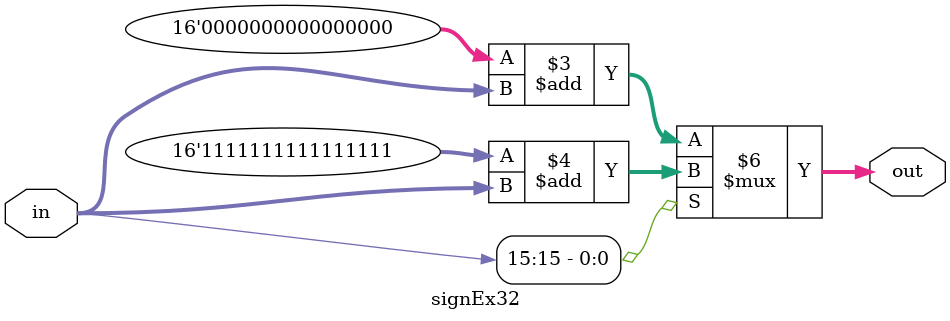
<source format=v>
/***************************************************
 * Modulo: signEx32
 * Projeto: mips32
 * Descrição: Extende o sinal de um numero de 16 para
 * 32 bits.
 ***************************************************/
module signEx32(in, out);
		input[15:0] in;
		output[31:0] out;
		reg[31:0] out;
		
		always @(in)
		begin
			if(in[15] == 1'b0) begin
				out <= 16'b0000000000000000 + in;
			end
			else begin
				out <= 16'b1111111111111111 + in; 
			end
			
		end
endmodule
</source>
